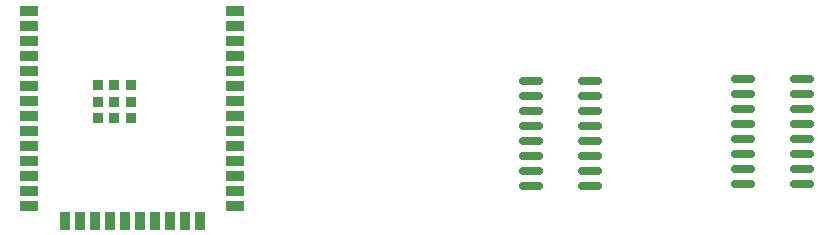
<source format=gbr>
%TF.GenerationSoftware,KiCad,Pcbnew,8.0.3*%
%TF.CreationDate,2024-06-26T21:10:10-03:00*%
%TF.ProjectId,SmartFeeder,536d6172-7446-4656-9564-65722e6b6963,rev?*%
%TF.SameCoordinates,Original*%
%TF.FileFunction,Paste,Top*%
%TF.FilePolarity,Positive*%
%FSLAX46Y46*%
G04 Gerber Fmt 4.6, Leading zero omitted, Abs format (unit mm)*
G04 Created by KiCad (PCBNEW 8.0.3) date 2024-06-26 21:10:10*
%MOMM*%
%LPD*%
G01*
G04 APERTURE LIST*
G04 Aperture macros list*
%AMRoundRect*
0 Rectangle with rounded corners*
0 $1 Rounding radius*
0 $2 $3 $4 $5 $6 $7 $8 $9 X,Y pos of 4 corners*
0 Add a 4 corners polygon primitive as box body*
4,1,4,$2,$3,$4,$5,$6,$7,$8,$9,$2,$3,0*
0 Add four circle primitives for the rounded corners*
1,1,$1+$1,$2,$3*
1,1,$1+$1,$4,$5*
1,1,$1+$1,$6,$7*
1,1,$1+$1,$8,$9*
0 Add four rect primitives between the rounded corners*
20,1,$1+$1,$2,$3,$4,$5,0*
20,1,$1+$1,$4,$5,$6,$7,0*
20,1,$1+$1,$6,$7,$8,$9,0*
20,1,$1+$1,$8,$9,$2,$3,0*%
G04 Aperture macros list end*
%ADD10RoundRect,0.150000X-0.850000X-0.150000X0.850000X-0.150000X0.850000X0.150000X-0.850000X0.150000X0*%
%ADD11R,1.500000X0.900000*%
%ADD12R,0.900000X1.500000*%
%ADD13R,0.900000X0.900000*%
G04 APERTURE END LIST*
D10*
%TO.C,U3*%
X178000000Y-85460000D03*
X178000000Y-86730000D03*
X178000000Y-88000000D03*
X178000000Y-89270000D03*
X178000000Y-90540000D03*
X178000000Y-91810000D03*
X178000000Y-93080000D03*
X178000000Y-94350000D03*
X183000000Y-94350000D03*
X183000000Y-93080000D03*
X183000000Y-91810000D03*
X183000000Y-90540000D03*
X183000000Y-89270000D03*
X183000000Y-88000000D03*
X183000000Y-86730000D03*
X183000000Y-85460000D03*
%TD*%
%TO.C,U2*%
X160000000Y-85555000D03*
X160000000Y-86825000D03*
X160000000Y-88095000D03*
X160000000Y-89365000D03*
X160000000Y-90635000D03*
X160000000Y-91905000D03*
X160000000Y-93175000D03*
X160000000Y-94445000D03*
X165000000Y-94445000D03*
X165000000Y-93175000D03*
X165000000Y-91905000D03*
X165000000Y-90635000D03*
X165000000Y-89365000D03*
X165000000Y-88095000D03*
X165000000Y-86825000D03*
X165000000Y-85555000D03*
%TD*%
D11*
%TO.C,U1*%
X117500000Y-79650000D03*
X117500000Y-80920000D03*
X117500000Y-82190000D03*
X117500000Y-83460000D03*
X117500000Y-84730000D03*
X117500000Y-86000000D03*
X117500000Y-87270000D03*
X117500000Y-88540000D03*
X117500000Y-89810000D03*
X117500000Y-91080000D03*
X117500000Y-92350000D03*
X117500000Y-93620000D03*
X117500000Y-94890000D03*
X117500000Y-96160000D03*
D12*
X120540000Y-97410000D03*
X121810000Y-97410000D03*
X123080000Y-97410000D03*
X124350000Y-97410000D03*
X125620000Y-97410000D03*
X126890000Y-97410000D03*
X128160000Y-97410000D03*
X129430000Y-97410000D03*
X130700000Y-97410000D03*
X131970000Y-97410000D03*
D11*
X135000000Y-96160000D03*
X135000000Y-94890000D03*
X135000000Y-93620000D03*
X135000000Y-92350000D03*
X135000000Y-91080000D03*
X135000000Y-89810000D03*
X135000000Y-88540000D03*
X135000000Y-87270000D03*
X135000000Y-86000000D03*
X135000000Y-84730000D03*
X135000000Y-83460000D03*
X135000000Y-82190000D03*
X135000000Y-80920000D03*
X135000000Y-79650000D03*
D13*
X123350000Y-85970000D03*
X123350000Y-87370000D03*
X123350000Y-88770000D03*
X124750000Y-85970000D03*
X124750000Y-87370000D03*
X124750000Y-88770000D03*
X126150000Y-85970000D03*
X126150000Y-87370000D03*
X126150000Y-88770000D03*
%TD*%
M02*

</source>
